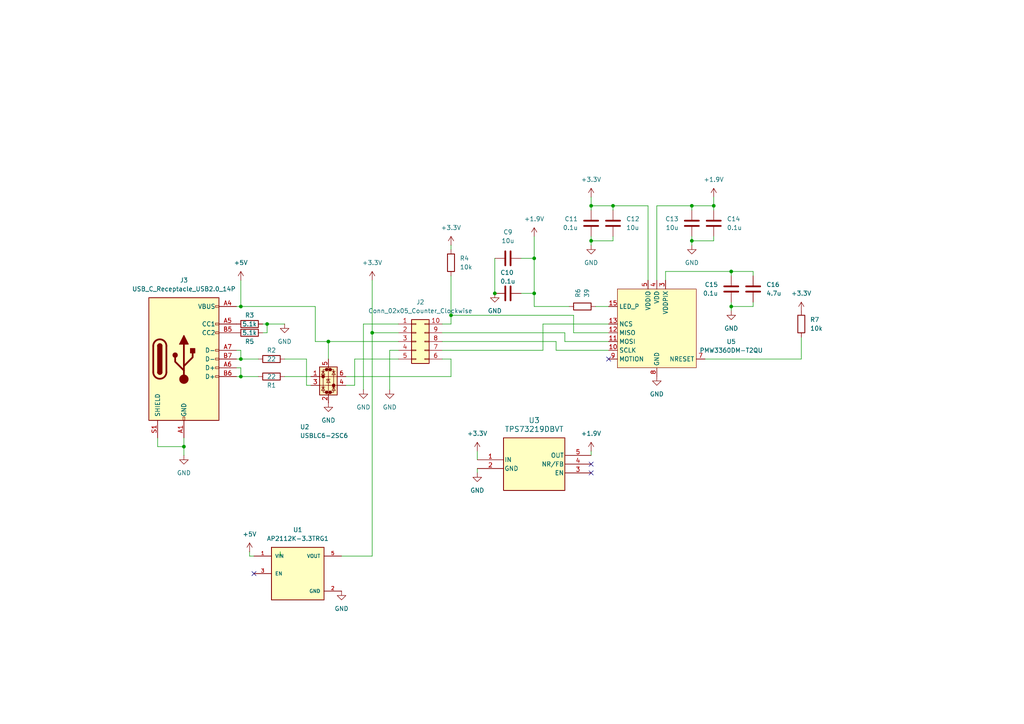
<source format=kicad_sch>
(kicad_sch (version 20231120) (generator "eeschema") (generator_version "8.0")
  (paper "A4")
  (lib_symbols
    (symbol "Connector:USB_C_Receptacle_USB2.0_14P" (pin_names (offset 1.016))
      (property "Reference" "J" (at 0 22.225 0))
      (property "Value" "USB_C_Receptacle_USB2.0_14P" (at 0 19.685 0))
      (symbol "USB_C_Receptacle_USB2.0_14P_0_0"
        (rectangle (start -0.254 -17.78) (end 0.254 -16.764))
        (rectangle (start 10.16 -4.826) (end 9.144 -5.334))
        (rectangle (start 10.16 -2.286) (end 9.144 -2.794))
        (rectangle (start 10.16 0.254) (end 9.144 -0.254))
        (rectangle (start 10.16 2.794) (end 9.144 2.286))
        (rectangle (start 10.16 7.874) (end 9.144 7.366))
        (rectangle (start 10.16 10.414) (end 9.144 9.906))
        (rectangle (start 10.16 15.494) (end 9.144 14.986))
      )
      (symbol "USB_C_Receptacle_USB2.0_14P_0_1"
        (rectangle (start -10.16 17.78) (end 10.16 -17.78) (stroke (width 0.254)) (fill (type background)))
        (arc (start -8.89 -3.81) (mid -6.985 -5.7067) (end -5.08 -3.81) (stroke (width 0.508)))
        (arc (start -7.62 -3.81) (mid -6.985 -4.4423) (end -6.35 -3.81) (stroke (width 0.254)))
        (arc (start -7.62 -3.81) (mid -6.985 -4.4423) (end -6.35 -3.81) (stroke (width 0.254)) (fill (type outline)))
        (rectangle (start -7.62 -3.81) (end -6.35 3.81) (stroke (width 0.254)) (fill (type outline)))
        (arc (start -6.35 3.81) (mid -6.985 4.4423) (end -7.62 3.81) (stroke (width 0.254)))
        (arc (start -6.35 3.81) (mid -6.985 4.4423) (end -7.62 3.81) (stroke (width 0.254)) (fill (type outline)))
        (arc (start -5.08 3.81) (mid -6.985 5.7067) (end -8.89 3.81) (stroke (width 0.508)))
        (circle (center -2.54 1.143) (radius 0.635) (stroke (width 0.254)) (fill (type outline)))
        (circle (center 0 -5.842) (radius 1.27) (fill (type outline)))
        (polyline (pts (xy -8.89 -3.81) (xy -8.89 3.81)) (stroke (width 0.508)))
        (polyline (pts (xy -5.08 3.81) (xy -5.08 -3.81)) (stroke (width 0.508)))
        (polyline (pts (xy 0 -5.842) (xy 0 4.318)) (stroke (width 0.508)))
        (polyline (pts (xy 0 -3.302) (xy -2.54 -0.762) (xy -2.54 0.508)) (stroke (width 0.508)))
        (polyline (pts (xy 0 -2.032) (xy 2.54 0.508) (xy 2.54 1.778)) (stroke (width 0.508)))
        (polyline (pts (xy -1.27 4.318) (xy 0 6.858) (xy 1.27 4.318) (xy -1.27 4.318)) (stroke (width 0.254)) (fill (type outline)))
        (rectangle (start 1.905 1.778) (end 3.175 3.048) (stroke (width 0.254)) (fill (type outline)))
      )
      (symbol "USB_C_Receptacle_USB2.0_14P_1_1"
        (pin passive line (at 0 -22.86 90) (length 5.08) (name "GND") (number "A1"))
        (pin passive line (at 0 -22.86 90) (length 5.08) hide (name "GND") (number "A12"))
        (pin passive line (at 15.24 15.24 180) (length 5.08) (name "VBUS") (number "A4"))
        (pin bidirectional line (at 15.24 10.16 180) (length 5.08) (name "CC1") (number "A5"))
        (pin bidirectional line (at 15.24 -2.54 180) (length 5.08) (name "D+") (number "A6"))
        (pin bidirectional line (at 15.24 2.54 180) (length 5.08) (name "D-") (number "A7"))
        (pin passive line (at 15.24 15.24 180) (length 5.08) hide (name "VBUS") (number "A9"))
        (pin passive line (at 0 -22.86 90) (length 5.08) hide (name "GND") (number "B1"))
        (pin passive line (at 0 -22.86 90) (length 5.08) hide (name "GND") (number "B12"))
        (pin passive line (at 15.24 15.24 180) (length 5.08) hide (name "VBUS") (number "B4"))
        (pin bidirectional line (at 15.24 7.62 180) (length 5.08) (name "CC2") (number "B5"))
        (pin bidirectional line (at 15.24 -5.08 180) (length 5.08) (name "D+") (number "B6"))
        (pin bidirectional line (at 15.24 0 180) (length 5.08) (name "D-") (number "B7"))
        (pin passive line (at 15.24 15.24 180) (length 5.08) hide (name "VBUS") (number "B9"))
        (pin passive line (at -7.62 -22.86 90) (length 5.08) (name "SHIELD") (number "S1"))
      )
    )
    (symbol "Connector_Generic:Conn_02x05_Counter_Clockwise" (pin_names (offset 1.016) hide)
      (property "Reference" "J" (at 1.27 7.62 0))
      (property "Value" "Conn_02x05_Counter_Clockwise" (at 1.27 -7.62 0))
      (symbol "Conn_02x05_Counter_Clockwise_1_1"
        (rectangle (start -1.27 -4.953) (end 0 -5.207) (stroke (width 0.1524)))
        (rectangle (start -1.27 -2.413) (end 0 -2.667) (stroke (width 0.1524)))
        (rectangle (start -1.27 0.127) (end 0 -0.127) (stroke (width 0.1524)))
        (rectangle (start -1.27 2.667) (end 0 2.413) (stroke (width 0.1524)))
        (rectangle (start -1.27 5.207) (end 0 4.953) (stroke (width 0.1524)))
        (rectangle (start -1.27 6.35) (end 3.81 -6.35) (stroke (width 0.254)) (fill (type background)))
        (rectangle (start 3.81 -4.953) (end 2.54 -5.207) (stroke (width 0.1524)))
        (rectangle (start 3.81 -2.413) (end 2.54 -2.667) (stroke (width 0.1524)))
        (rectangle (start 3.81 0.127) (end 2.54 -0.127) (stroke (width 0.1524)))
        (rectangle (start 3.81 2.667) (end 2.54 2.413) (stroke (width 0.1524)))
        (rectangle (start 3.81 5.207) (end 2.54 4.953) (stroke (width 0.1524)))
        (pin passive line (at -5.08 5.08 0) (length 3.81) (name "Pin_1") (number "1"))
        (pin passive line (at 7.62 5.08 180) (length 3.81) (name "Pin_10") (number "10"))
        (pin passive line (at -5.08 2.54 0) (length 3.81) (name "Pin_2") (number "2"))
        (pin passive line (at -5.08 0 0) (length 3.81) (name "Pin_3") (number "3"))
        (pin passive line (at -5.08 -2.54 0) (length 3.81) (name "Pin_4") (number "4"))
        (pin passive line (at -5.08 -5.08 0) (length 3.81) (name "Pin_5") (number "5"))
        (pin passive line (at 7.62 -5.08 180) (length 3.81) (name "Pin_6") (number "6"))
        (pin passive line (at 7.62 -2.54 180) (length 3.81) (name "Pin_7") (number "7"))
        (pin passive line (at 7.62 0 180) (length 3.81) (name "Pin_8") (number "8"))
        (pin passive line (at 7.62 2.54 180) (length 3.81) (name "Pin_9") (number "9"))
      )
    )
    (symbol "Custom_sym:TPS73219DBVT" (pin_names (offset 0.254))
      (property "Reference" "U" (at 0 12.7 0))
      (property "Value" "TPS73219DBVT" (at 0 10.16 0))
      (symbol "TPS73219DBVT_0_1"
        (pin power_in line (at -16.51 -1.27 0) (length 7.62) (name "GND") (number "2"))
        (pin bidirectional line (at 16.51 0 180) (length 7.62) (name "NR/FB") (number "4"))
      )
      (symbol "TPS73219DBVT_1_1"
        (rectangle (start -8.89 7.62) (end 8.89 -7.62) (stroke (width 0.254)) (fill (type background)))
        (pin power_in line (at -16.51 1.27 0) (length 7.62) (name "IN") (number "1"))
        (pin input line (at 16.51 -2.54 180) (length 7.62) (name "EN") (number "3"))
        (pin power_out line (at 16.51 2.54 180) (length 7.62) (name "OUT") (number "5"))
      )
    )
    (symbol "Device:C" (pin_numbers hide) (pin_names (offset 0.254))
      (property "Reference" "C" (at 0.635 2.54 0))
      (property "Value" "C" (at 0.635 -2.54 0))
      (symbol "C_0_1"
        (polyline (pts (xy -2.032 -0.762) (xy 2.032 -0.762)) (stroke (width 0.508)))
        (polyline (pts (xy -2.032 0.762) (xy 2.032 0.762)) (stroke (width 0.508)))
      )
      (symbol "C_1_1"
        (pin passive line (at 0 3.81 270) (length 2.794) (name "~") (number "1"))
        (pin passive line (at 0 -3.81 90) (length 2.794) (name "~") (number "2"))
      )
    )
    (symbol "Device:R" (pin_numbers hide) (pin_names (offset 0))
      (property "Reference" "R" (at 2.032 0 90))
      (property "Value" "R" (at 0 0 90))
      (symbol "R_0_1"
        (rectangle (start -1.016 -2.54) (end 1.016 2.54) (stroke (width 0.254)))
      )
      (symbol "R_1_1"
        (pin passive line (at 0 3.81 270) (length 1.27) (name "~") (number "1"))
        (pin passive line (at 0 -3.81 90) (length 1.27) (name "~") (number "2"))
      )
    )
    (symbol "Imported_sym:AP2112K-3.3TRG1" (pin_names (offset 1.016))
      (property "Reference" "U" (at -7.663 8.6476 0))
      (property "Value" "AP2112K-3.3TRG1" (at -7.6489 -11.6507 0))
      (symbol "AP2112K-3.3TRG1_0_0"
        (pin power_in line (at -12.7 5.08 0) (length 5.08) (name "VIN") (number "1"))
        (pin power_in line (at 12.7 -5.08 180) (length 5.08) (name "GND") (number "2"))
        (pin input line (at -12.7 0 0) (length 5.08) (name "EN") (number "3"))
        (pin power_in line (at 12.7 5.08 180) (length 5.08) (name "VOUT") (number "5"))
      )
      (symbol "AP2112K-3.3TRG1_1_0"
        (rectangle (start -7.62 7.62) (end 7.62 -7.62) (stroke (width 0.254)) (fill (type background)))
      )
    )
    (symbol "Mouse:PMW3360DM-T2QU"
      (property "Reference" "U" (at 0 0 0))
      (property "Value" "PMW3360DM-T2QU" (at -14.986 -13.462 0))
      (symbol "PMW3360DM-T2QU_1_1"
        (rectangle (start -11.43 11.43) (end 11.43 -11.43) (fill (type background)))
        (pin no_connect line (at -13.97 8.89 0) (length 2.54) hide (name "NC") (number "1"))
        (pin input line (at 13.97 -6.35 180) (length 2.54) (name "SCLK") (number "10"))
        (pin input line (at 13.97 -3.81 180) (length 2.54) (name "MOSI") (number "11"))
        (pin output line (at 13.97 -1.27 180) (length 2.54) (name "MISO") (number "12"))
        (pin input line (at 13.97 1.27 180) (length 2.54) (name "NCS") (number "13"))
        (pin no_connect line (at 13.97 3.81 180) (length 2.54) hide (name "NC") (number "14"))
        (pin input line (at 13.97 6.35 180) (length 2.54) (name "LED_P") (number "15"))
        (pin no_connect line (at 13.97 8.89 180) (length 2.54) hide (name "NC") (number "16"))
        (pin no_connect line (at -13.97 6.35 0) (length 2.54) hide (name "NC") (number "2"))
        (pin power_out line (at -2.54 13.97 270) (length 2.54) (name "VDDPIX") (number "3"))
        (pin power_in line (at 0 13.97 270) (length 2.54) (name "VDD") (number "4"))
        (pin power_in line (at 2.54 13.97 270) (length 2.54) (name "VDDIO") (number "5"))
        (pin no_connect line (at -13.97 -6.35 0) (length 2.54) hide (name "NC") (number "6"))
        (pin input line (at -13.97 -8.89 0) (length 2.54) (name "NRESET") (number "7"))
        (pin power_in line (at 0 -13.97 90) (length 2.54) (name "GND") (number "8"))
        (pin output line (at 13.97 -8.89 180) (length 2.54) (name "MOTION") (number "9"))
      )
    )
    (symbol "Power_Protection:USBLC6-2SC6" (pin_names hide)
      (property "Reference" "U" (at 0.635 5.715 0))
      (property "Value" "USBLC6-2SC6" (at 0.635 3.81 0))
      (symbol "USBLC6-2SC6_0_0"
        (circle (center -1.524 0) (radius 0.0001) (stroke (width 0.508)))
        (circle (center -0.508 -4.572) (radius 0.0001) (stroke (width 0.508)))
        (circle (center -0.508 2.032) (radius 0.0001) (stroke (width 0.508)))
        (circle (center 0.508 -4.572) (radius 0.0001) (stroke (width 0.508)))
        (circle (center 0.508 2.032) (radius 0.0001) (stroke (width 0.508)))
        (circle (center 1.524 -2.54) (radius 0.0001) (stroke (width 0.508)))
      )
      (symbol "USBLC6-2SC6_0_1"
        (polyline (pts (xy -2.54 -2.54) (xy 2.54 -2.54)))
        (polyline (pts (xy -2.54 0) (xy 2.54 0)))
        (polyline (pts (xy -2.032 -3.048) (xy -1.016 -3.048)))
        (polyline (pts (xy -1.016 1.524) (xy -2.032 1.524)))
        (polyline (pts (xy 1.016 -3.048) (xy 2.032 -3.048)))
        (polyline (pts (xy 1.016 1.524) (xy 2.032 1.524)))
        (polyline (pts (xy -0.508 -1.143) (xy -0.508 -0.762) (xy 0.508 -0.762)))
        (polyline (pts (xy -2.032 0.508) (xy -1.016 0.508) (xy -1.524 1.524) (xy -2.032 0.508)))
        (polyline (pts (xy -1.016 -4.064) (xy -2.032 -4.064) (xy -1.524 -3.048) (xy -1.016 -4.064)))
        (polyline (pts (xy 0.508 -1.778) (xy -0.508 -1.778) (xy 0 -0.762) (xy 0.508 -1.778)))
        (polyline (pts (xy 2.032 -4.064) (xy 1.016 -4.064) (xy 1.524 -3.048) (xy 2.032 -4.064)))
        (polyline (pts (xy 2.032 0.508) (xy 1.016 0.508) (xy 1.524 1.524) (xy 2.032 0.508)))
        (polyline (pts (xy 0 2.54) (xy -0.508 2.032) (xy 0.508 2.032) (xy 0 1.524) (xy 0 -4.064) (xy -0.508 -4.572) (xy 0.508 -4.572) (xy 0 -5.08)))
      )
      (symbol "USBLC6-2SC6_1_1"
        (rectangle (start -2.54 2.794) (end 2.54 -5.334) (stroke (width 0.254)) (fill (type background)))
        (polyline (pts (xy -0.508 2.032) (xy -1.524 2.032) (xy -1.524 -4.572) (xy -0.508 -4.572)))
        (polyline (pts (xy 0.508 -4.572) (xy 1.524 -4.572) (xy 1.524 2.032) (xy 0.508 2.032)))
        (pin passive line (at -5.08 0 0) (length 2.54) (name "I/O1") (number "1"))
        (pin passive line (at 0 -7.62 90) (length 2.54) (name "GND") (number "2"))
        (pin passive line (at -5.08 -2.54 0) (length 2.54) (name "I/O2") (number "3"))
        (pin passive line (at 5.08 -2.54 180) (length 2.54) (name "I/O2") (number "4"))
        (pin passive line (at 0 5.08 270) (length 2.54) (name "VBUS") (number "5"))
        (pin passive line (at 5.08 0 180) (length 2.54) (name "I/O1") (number "6"))
      )
    )
    (symbol "power:+3.3V" (power) (pin_numbers hide) (pin_names (offset 0) hide)
      (property "Value" "+3.3V" (at 0 3.556 0))
      (symbol "+3.3V_0_1"
        (polyline (pts (xy -0.762 1.27) (xy 0 2.54)))
        (polyline (pts (xy 0 0) (xy 0 2.54)))
        (polyline (pts (xy 0 2.54) (xy 0.762 1.27)))
      )
      (symbol "+3.3V_1_1"
        (pin power_in line (at 0 0 90) (length 0) (name "~") (number "1"))
      )
    )
    (symbol "power:+5V" (power) (pin_numbers hide) (pin_names (offset 0) hide)
      (property "Value" "+5V" (at 0 3.556 0))
      (symbol "+5V_0_1"
        (polyline (pts (xy -0.762 1.27) (xy 0 2.54)))
        (polyline (pts (xy 0 0) (xy 0 2.54)))
        (polyline (pts (xy 0 2.54) (xy 0.762 1.27)))
      )
      (symbol "+5V_1_1"
        (pin power_in line (at 0 0 90) (length 0) (name "~") (number "1"))
      )
    )
    (symbol "power:GND" (power) (pin_numbers hide) (pin_names (offset 0) hide)
      (property "Value" "GND" (at 0 -3.81 0))
      (symbol "GND_0_1"
        (polyline (pts (xy 0 0) (xy 0 -1.27) (xy 1.27 -1.27) (xy 0 -2.54) (xy -1.27 -1.27) (xy 0 -1.27)))
      )
      (symbol "GND_1_1"
        (pin power_in line (at 0 0 270) (length 0) (name "~") (number "1"))
      )
    )
  )
  (junction (at 69.85 109.22))
  (junction (at 200.66 69.85))
  (junction (at 171.45 69.85))
  (junction (at 207.01 59.69))
  (junction (at 130.81 91.44))
  (junction (at 95.25 99.06))
  (junction (at 77.47 93.98))
  (junction (at 53.34 129.54))
  (junction (at 212.09 88.9))
  (junction (at 69.85 88.9))
  (junction (at 107.95 96.52))
  (junction (at 69.85 104.14))
  (junction (at 171.45 59.69))
  (junction (at 154.94 85.09))
  (junction (at 154.94 74.93))
  (junction (at 212.09 78.74))
  (junction (at 200.66 59.69))
  (junction (at 143.51 85.09))
  (junction (at 177.8 59.69))
  (no_connect (at 73.66 166.37))
  (no_connect (at 171.45 134.62))
  (no_connect (at 171.45 137.16))
  (no_connect (at 176.53 104.14))
  (wire (pts (xy 69.85 101.6) (xy 69.85 104.14)))
  (wire (pts (xy 166.37 91.44) (xy 130.81 91.44)))
  (wire (pts (xy 53.34 129.54) (xy 53.34 132.08)))
  (wire (pts (xy 171.45 59.69) (xy 171.45 60.96)))
  (wire (pts (xy 95.25 104.14) (xy 95.25 99.06)))
  (wire (pts (xy 193.04 78.74) (xy 193.04 81.28)))
  (wire (pts (xy 95.25 99.06) (xy 115.57 99.06)))
  (wire (pts (xy 102.87 104.14) (xy 115.57 104.14)))
  (wire (pts (xy 143.51 74.93) (xy 143.51 85.09)))
  (wire (pts (xy 176.53 88.9) (xy 172.72 88.9)))
  (wire (pts (xy 130.81 80.01) (xy 130.81 91.44)))
  (wire (pts (xy 128.27 93.98) (xy 130.81 93.98)))
  (wire (pts (xy 151.13 85.09) (xy 154.94 85.09)))
  (wire (pts (xy 157.48 93.98) (xy 157.48 101.6)))
  (wire (pts (xy 72.39 160.02) (xy 72.39 161.29)))
  (wire (pts (xy 166.37 91.44) (xy 166.37 96.52)))
  (wire (pts (xy 212.09 87.63) (xy 212.09 88.9)))
  (wire (pts (xy 69.85 109.22) (xy 74.93 109.22)))
  (wire (pts (xy 68.58 104.14) (xy 69.85 104.14)))
  (wire (pts (xy 130.81 91.44) (xy 130.81 93.98)))
  (wire (pts (xy 212.09 78.74) (xy 218.44 78.74)))
  (wire (pts (xy 100.33 109.22) (xy 130.81 109.22)))
  (wire (pts (xy 176.53 101.6) (xy 161.29 101.6)))
  (wire (pts (xy 190.5 59.69) (xy 190.5 81.28)))
  (wire (pts (xy 218.44 78.74) (xy 218.44 80.01)))
  (wire (pts (xy 176.53 93.98) (xy 157.48 93.98)))
  (wire (pts (xy 200.66 59.69) (xy 200.66 60.96)))
  (wire (pts (xy 72.39 161.29) (xy 73.66 161.29)))
  (wire (pts (xy 176.53 99.06) (xy 163.83 99.06)))
  (wire (pts (xy 212.09 88.9) (xy 212.09 90.17)))
  (wire (pts (xy 218.44 88.9) (xy 212.09 88.9)))
  (wire (pts (xy 171.45 68.58) (xy 171.45 69.85)))
  (wire (pts (xy 91.44 99.06) (xy 95.25 99.06)))
  (wire (pts (xy 163.83 96.52) (xy 128.27 96.52)))
  (wire (pts (xy 200.66 68.58) (xy 200.66 69.85)))
  (wire (pts (xy 154.94 74.93) (xy 154.94 85.09)))
  (wire (pts (xy 105.41 93.98) (xy 105.41 113.03)))
  (wire (pts (xy 207.01 57.15) (xy 207.01 59.69)))
  (wire (pts (xy 200.66 59.69) (xy 190.5 59.69)))
  (wire (pts (xy 218.44 87.63) (xy 218.44 88.9)))
  (wire (pts (xy 232.41 104.14) (xy 204.47 104.14)))
  (wire (pts (xy 100.33 111.76) (xy 102.87 111.76)))
  (wire (pts (xy 68.58 101.6) (xy 69.85 101.6)))
  (wire (pts (xy 151.13 74.93) (xy 154.94 74.93)))
  (wire (pts (xy 154.94 68.58) (xy 154.94 74.93)))
  (wire (pts (xy 130.81 104.14) (xy 130.81 109.22)))
  (wire (pts (xy 115.57 101.6) (xy 113.03 101.6)))
  (wire (pts (xy 102.87 104.14) (xy 102.87 111.76)))
  (wire (pts (xy 68.58 106.68) (xy 69.85 106.68)))
  (wire (pts (xy 77.47 93.98) (xy 77.47 96.52)))
  (wire (pts (xy 138.43 130.81) (xy 138.43 133.35)))
  (wire (pts (xy 107.95 81.28) (xy 107.95 96.52)))
  (wire (pts (xy 177.8 59.69) (xy 187.96 59.69)))
  (wire (pts (xy 232.41 97.79) (xy 232.41 104.14)))
  (wire (pts (xy 53.34 127) (xy 53.34 129.54)))
  (wire (pts (xy 77.47 93.98) (xy 82.55 93.98)))
  (wire (pts (xy 154.94 88.9) (xy 165.1 88.9)))
  (wire (pts (xy 45.72 127) (xy 45.72 129.54)))
  (wire (pts (xy 161.29 101.6) (xy 161.29 99.06)))
  (wire (pts (xy 81.28 160.02) (xy 81.28 161.29)))
  (wire (pts (xy 130.81 71.12) (xy 130.81 72.39)))
  (wire (pts (xy 161.29 99.06) (xy 128.27 99.06)))
  (wire (pts (xy 82.55 109.22) (xy 90.17 109.22)))
  (wire (pts (xy 107.95 161.29) (xy 99.06 161.29)))
  (wire (pts (xy 69.85 106.68) (xy 69.85 109.22)))
  (wire (pts (xy 107.95 96.52) (xy 115.57 96.52)))
  (wire (pts (xy 163.83 99.06) (xy 163.83 96.52)))
  (wire (pts (xy 177.8 60.96) (xy 177.8 59.69)))
  (wire (pts (xy 207.01 60.96) (xy 207.01 59.69)))
  (wire (pts (xy 88.9 104.14) (xy 82.55 104.14)))
  (wire (pts (xy 107.95 96.52) (xy 107.95 161.29)))
  (wire (pts (xy 76.2 96.52) (xy 77.47 96.52)))
  (wire (pts (xy 69.85 88.9) (xy 91.44 88.9)))
  (wire (pts (xy 88.9 104.14) (xy 88.9 111.76)))
  (wire (pts (xy 45.72 129.54) (xy 53.34 129.54)))
  (wire (pts (xy 171.45 59.69) (xy 177.8 59.69)))
  (wire (pts (xy 171.45 57.15) (xy 171.45 59.69)))
  (wire (pts (xy 128.27 101.6) (xy 157.48 101.6)))
  (wire (pts (xy 69.85 81.28) (xy 69.85 88.9)))
  (wire (pts (xy 171.45 130.81) (xy 171.45 132.08)))
  (wire (pts (xy 88.9 111.76) (xy 90.17 111.76)))
  (wire (pts (xy 207.01 68.58) (xy 207.01 69.85)))
  (wire (pts (xy 177.8 68.58) (xy 177.8 69.85)))
  (wire (pts (xy 91.44 99.06) (xy 91.44 88.9)))
  (wire (pts (xy 187.96 59.69) (xy 187.96 81.28)))
  (wire (pts (xy 171.45 69.85) (xy 171.45 71.12)))
  (wire (pts (xy 68.58 109.22) (xy 69.85 109.22)))
  (wire (pts (xy 212.09 78.74) (xy 193.04 78.74)))
  (wire (pts (xy 207.01 59.69) (xy 200.66 59.69)))
  (wire (pts (xy 115.57 93.98) (xy 105.41 93.98)))
  (wire (pts (xy 130.81 104.14) (xy 128.27 104.14)))
  (wire (pts (xy 113.03 101.6) (xy 113.03 113.03)))
  (wire (pts (xy 212.09 80.01) (xy 212.09 78.74)))
  (wire (pts (xy 68.58 88.9) (xy 69.85 88.9)))
  (wire (pts (xy 154.94 85.09) (xy 154.94 88.9)))
  (wire (pts (xy 166.37 96.52) (xy 176.53 96.52)))
  (wire (pts (xy 138.43 137.16) (xy 138.43 135.89)))
  (wire (pts (xy 76.2 93.98) (xy 77.47 93.98)))
  (wire (pts (xy 69.85 104.14) (xy 74.93 104.14)))
  (wire (pts (xy 177.8 69.85) (xy 171.45 69.85)))
  (wire (pts (xy 200.66 69.85) (xy 200.66 71.12)))
  (wire (pts (xy 207.01 69.85) (xy 200.66 69.85)))
  (symbol (lib_id "power:+3.3V") (at 138.43 130.81 0) (unit 1)
    (property "Reference" "#PWR02" (effects (hide yes)))
    (property "Value" "+3.3V" (at 138.43 125.73 0))
    (property "Description" "Power symbol creates a global label with name \"+3.3V\"" (effects (hide yes)))
  )
  (symbol (lib_id "power:+3.3V") (at 107.95 81.28 0) (mirror y) (unit 1)
    (property "Reference" "#PWR06" (effects (hide yes)))
    (property "Value" "+3.3V" (at 107.95 76.2 0))
    (property "Description" "Power symbol creates a global label with name \"+3.3V\"" (effects (hide yes)))
  )
  (symbol (lib_id "power:+5V") (at 69.85 81.28 0) (unit 1)
    (property "Reference" "#PWR04" (effects (hide yes)))
    (property "Value" "+5V" (at 69.85 76.2 0))
    (property "Description" "Power symbol creates a global label with name \"+5V\"" (effects (hide yes)))
  )
  (symbol (lib_id "Connector:USB_C_Receptacle_USB2.0_14P") (at 53.34 104.14 0) (unit 1)
    (property "Reference" "J3" (at 53.34 81.28 0))
    (property "Value" "USB_C_Receptacle_USB2.0_14P" (at 53.34 83.82 0))
    (property "Footprint" "Imported_FP:USB-C_16+8_dummy_SMD" (effects (hide yes)))
    (property "Datasheet" "https://www.usb.org/sites/default/files/documents/usb_type-c.zip" (effects (hide yes)))
    (property "Description" "USB 2.0-only 14P Type-C Receptacle connector" (effects (hide yes)))
  )
  (symbol (lib_id "power:GND") (at 212.09 90.17 0) (mirror y) (unit 1)
    (property "Reference" "#PWR035" (effects (hide yes)))
    (property "Value" "GND" (at 212.09 95.25 0))
    (property "Description" "Power symbol creates a global label with name \"GND\" , ground" (effects (hide yes)))
  )
  (symbol (lib_id "Device:C") (at 147.32 85.09 270) (unit 1)
    (property "Reference" "C10" (at 145.0975 79.0575 90) (effects (justify left)))
    (property "Value" "0.1u" (at 145.0975 81.5975 90) (effects (justify left)))
    (property "Footprint" "Capacitor_SMD:C_0402_1005Metric" (effects (hide yes)))
    (property "Description" "Unpolarized capacitor" (effects (hide yes)))
  )
  (symbol (lib_id "Device:C") (at 218.44 83.82 0) (unit 1)
    (property "Reference" "C16" (at 222.25 82.5499 0) (effects (justify left)))
    (property "Value" "4.7u" (at 222.25 85.0899 0) (effects (justify left)))
    (property "Footprint" "Capacitor_SMD:C_0603_1608Metric" (effects (hide yes)))
    (property "Description" "Unpolarized capacitor" (effects (hide yes)))
  )
  (symbol (lib_id "Device:R") (at 78.74 104.14 270) (mirror x) (unit 1)
    (property "Reference" "R2" (at 78.74 101.6 90))
    (property "Value" "22" (at 78.74 104.14 90))
    (property "Footprint" "Resistor_SMD:R_0402_1005Metric_Pad0.72x0.64mm_HandSolder" (effects (hide yes)))
    (property "Description" "Resistor" (effects (hide yes)))
  )
  (symbol (lib_id "power:GND") (at 143.51 85.09 0) (mirror y) (unit 1)
    (property "Reference" "#PWR025" (effects (hide yes)))
    (property "Value" "GND" (at 143.51 90.17 0))
    (property "Description" "Power symbol creates a global label with name \"GND\" , ground" (effects (hide yes)))
  )
  (symbol (lib_id "power:GND") (at 53.34 132.08 0) (unit 1)
    (property "Reference" "#PWR03" (effects (hide yes)))
    (property "Value" "GND" (at 53.34 137.16 0))
    (property "Description" "Power symbol creates a global label with name \"GND\" , ground" (effects (hide yes)))
  )
  (symbol (lib_id "power:+3.3V") (at 171.45 57.15 0) (unit 1)
    (property "Reference" "#PWR030" (effects (hide yes)))
    (property "Value" "+3.3V" (at 171.45 52.07 0))
    (property "Description" "Power symbol creates a global label with name \"+3.3V\"" (effects (hide yes)))
  )
  (symbol (lib_id "power:+3.3V") (at 171.45 130.81 0) (unit 1)
    (property "Reference" "#PWR012" (effects (hide yes)))
    (property "Value" "+1.9V" (at 171.45 125.73 0))
    (property "Description" "Power symbol creates a global label with name \"+3.3V\"" (effects (hide yes)))
  )
  (symbol (lib_id "power:GND") (at 105.41 113.03 0) (unit 1)
    (property "Reference" "#PWR011" (effects (hide yes)))
    (property "Value" "GND" (at 105.41 118.11 0))
    (property "Description" "Power symbol creates a global label with name \"GND\" , ground" (effects (hide yes)))
  )
  (symbol (lib_id "Device:R") (at 72.39 93.98 270) (mirror x) (unit 1)
    (property "Reference" "R3" (at 72.39 91.44 90))
    (property "Value" "5.1k" (at 72.39 93.98 90))
    (property "Footprint" "Resistor_SMD:R_0402_1005Metric_Pad0.72x0.64mm_HandSolder" (effects (hide yes)))
    (property "Description" "Resistor" (effects (hide yes)))
  )
  (symbol (lib_id "power:GND") (at 171.45 71.12 0) (mirror y) (unit 1)
    (property "Reference" "#PWR031" (effects (hide yes)))
    (property "Value" "GND" (at 171.45 76.2 0))
    (property "Description" "Power symbol creates a global label with name \"GND\" , ground" (effects (hide yes)))
  )
  (symbol (lib_id "power:+3.3V") (at 154.94 68.58 0) (unit 1)
    (property "Reference" "#PWR027" (effects (hide yes)))
    (property "Value" "+1.9V" (at 154.94 63.5 0))
    (property "Description" "Power symbol creates a global label with name \"+3.3V\"" (effects (hide yes)))
  )
  (symbol (lib_id "Custom_sym:TPS73219DBVT") (at 154.94 134.62 0) (unit 1)
    (property "Reference" "U3" (at 154.94 121.92 0) (effects (font (size 1.524 1.524))))
    (property "Value" "TPS73219DBVT" (at 154.94 124.46 0) (effects (font (size 1.524 1.524))))
    (property "Footprint" "Imported_FP:DBV5_TEX" (effects (hide yes)))
    (property "Datasheet" "TPS73219DBVT" (effects (hide yes)))
  )
  (symbol (lib_id "Mouse:PMW3360DM-T2QU") (at 190.5 95.25 0) (mirror y) (unit 1)
    (property "Reference" "U5" (at 212.09 99.0914 0))
    (property "Value" "PMW3360DM-T2QU" (at 212.09 101.6314 0))
    (property "Footprint" "Custom_FP:PMW3360DM-T2QU" (effects (hide yes)))
  )
  (symbol (lib_id "power:GND") (at 113.03 113.03 0) (unit 1)
    (property "Reference" "#PWR07" (effects (hide yes)))
    (property "Value" "GND" (at 113.03 118.11 0))
    (property "Description" "Power symbol creates a global label with name \"GND\" , ground" (effects (hide yes)))
  )
  (symbol (lib_id "Device:R") (at 168.91 88.9 90) (unit 1)
    (property "Reference" "R6" (at 167.6399 86.36 0) (effects (justify left)))
    (property "Value" "39" (at 170.1799 86.36 0) (effects (justify left)))
    (property "Footprint" "Resistor_SMD:R_0402_1005Metric_Pad0.72x0.64mm_HandSolder" (effects (hide yes)))
    (property "Description" "Resistor" (effects (hide yes)))
  )
  (symbol (lib_id "Device:C") (at 212.09 83.82 0) (mirror y) (unit 1)
    (property "Reference" "C15" (at 208.28 82.5499 0) (effects (justify left)))
    (property "Value" "0.1u" (at 208.28 85.0899 0) (effects (justify left)))
    (property "Footprint" "Capacitor_SMD:C_0402_1005Metric" (effects (hide yes)))
    (property "Description" "Unpolarized capacitor" (effects (hide yes)))
  )
  (symbol (lib_id "Device:C") (at 147.32 74.93 90) (mirror x) (unit 1)
    (property "Reference" "C9" (at 147.32 67.31 90))
    (property "Value" "10u" (at 147.32 69.85 90))
    (property "Footprint" "Capacitor_SMD:C_0805_2012Metric" (effects (hide yes)))
    (property "Description" "Unpolarized capacitor" (effects (hide yes)))
  )
  (symbol (lib_id "Device:R") (at 72.39 96.52 90) (mirror x) (unit 1)
    (property "Reference" "R5" (at 72.39 99.06 90))
    (property "Value" "5.1k" (at 72.39 96.52 90))
    (property "Footprint" "Resistor_SMD:R_0402_1005Metric_Pad0.72x0.64mm_HandSolder" (effects (hide yes)))
    (property "Description" "Resistor" (effects (hide yes)))
  )
  (symbol (lib_id "power:GND") (at 200.66 71.12 0) (mirror y) (unit 1)
    (property "Reference" "#PWR033" (effects (hide yes)))
    (property "Value" "GND" (at 200.66 76.2 0))
    (property "Description" "Power symbol creates a global label with name \"GND\" , ground" (effects (hide yes)))
  )
  (symbol (lib_id "power:+3.3V") (at 130.81 71.12 0) (unit 1)
    (property "Reference" "#PWR024" (effects (hide yes)))
    (property "Value" "+3.3V" (at 130.81 66.04 0))
    (property "Description" "Power symbol creates a global label with name \"+3.3V\"" (effects (hide yes)))
  )
  (symbol (lib_id "Device:C") (at 200.66 64.77 0) (mirror y) (unit 1)
    (property "Reference" "C13" (at 196.85 63.4999 0) (effects (justify left)))
    (property "Value" "10u" (at 196.85 66.0399 0) (effects (justify left)))
    (property "Footprint" "Capacitor_SMD:C_0805_2012Metric" (effects (hide yes)))
    (property "Description" "Unpolarized capacitor" (effects (hide yes)))
  )
  (symbol (lib_id "power:GND") (at 82.55 93.98 0) (unit 1)
    (property "Reference" "#PWR09" (effects (hide yes)))
    (property "Value" "GND" (at 82.55 99.06 0))
    (property "Description" "Power symbol creates a global label with name \"GND\" , ground" (effects (hide yes)))
  )
  (symbol (lib_id "power:GND") (at 99.06 171.45 0) (unit 1)
    (property "Reference" "#PWR05" (effects (hide yes)))
    (property "Value" "GND" (at 99.06 176.53 0))
    (property "Description" "Power symbol creates a global label with name \"GND\" , ground" (effects (hide yes)))
  )
  (symbol (lib_id "Device:R") (at 130.81 76.2 0) (unit 1)
    (property "Reference" "R4" (at 133.35 74.9299 0) (effects (justify left)))
    (property "Value" "10k" (at 133.35 77.4699 0) (effects (justify left)))
    (property "Footprint" "Resistor_SMD:R_0402_1005Metric_Pad0.72x0.64mm_HandSolder" (effects (hide yes)))
    (property "Description" "Resistor" (effects (hide yes)))
  )
  (symbol (lib_id "Device:R") (at 232.41 93.98 0) (unit 1)
    (property "Reference" "R7" (at 234.95 92.7099 0) (effects (justify left)))
    (property "Value" "10k" (at 234.95 95.2499 0) (effects (justify left)))
    (property "Footprint" "Resistor_SMD:R_0402_1005Metric_Pad0.72x0.64mm_HandSolder" (effects (hide yes)))
    (property "Description" "Resistor" (effects (hide yes)))
  )
  (symbol (lib_id "Device:C") (at 171.45 64.77 0) (mirror y) (unit 1)
    (property "Reference" "C11" (at 167.64 63.4999 0) (effects (justify left)))
    (property "Value" "0.1u" (at 167.64 66.0399 0) (effects (justify left)))
    (property "Footprint" "Capacitor_SMD:C_0402_1005Metric" (effects (hide yes)))
    (property "Description" "Unpolarized capacitor" (effects (hide yes)))
  )
  (symbol (lib_id "Device:C") (at 207.01 64.77 0) (unit 1)
    (property "Reference" "C14" (at 210.82 63.4999 0) (effects (justify left)))
    (property "Value" "0.1u" (at 210.82 66.0399 0) (effects (justify left)))
    (property "Footprint" "Capacitor_SMD:C_0402_1005Metric" (effects (hide yes)))
    (property "Description" "Unpolarized capacitor" (effects (hide yes)))
  )
  (symbol (lib_id "Power_Protection:USBLC6-2SC6") (at 95.25 109.22 0) (unit 1)
    (property "Reference" "U2" (at 86.995 123.825 0) (effects (justify left)))
    (property "Value" "USBLC6-2SC6" (at 86.995 126.365 0) (effects (justify left)))
    (property "Footprint" "Package_TO_SOT_SMD:SOT-23-6" (effects (hide yes)))
    (property "Datasheet" "https://www.st.com/resource/en/datasheet/usblc6-2.pdf" (effects (hide yes)))
    (property "Description" "Very low capacitance ESD protection diode, 2 data-line, SOT-23-6" (effects (hide yes)))
  )
  (symbol (lib_id "Imported_sym:AP2112K-3.3TRG1") (at 86.36 166.37 0) (unit 1)
    (property "Reference" "U1" (at 86.36 153.67 0))
    (property "Value" "AP2112K-3.3TRG1" (at 86.36 156.21 0))
    (property "Footprint" "Imported_FP:SOT95P280X145-5N" (effects (hide yes)))
    (property "PARTREV" "2-2" (effects (hide yes)))
    (property "MANUFACTURER" "Diodes Inc." (effects (hide yes)))
  )
  (symbol (lib_id "power:+3.3V") (at 232.41 90.17 0) (unit 1)
    (property "Reference" "#PWR040" (effects (hide yes)))
    (property "Value" "+3.3V" (at 232.41 85.09 0))
    (property "Description" "Power symbol creates a global label with name \"+3.3V\"" (effects (hide yes)))
  )
  (symbol (lib_id "Connector_Generic:Conn_02x05_Counter_Clockwise") (at 120.65 99.06 0) (unit 1)
    (property "Reference" "J2" (at 121.92 87.63 0))
    (property "Value" "Conn_02x05_Counter_Clockwise" (at 121.92 90.17 0))
    (property "Footprint" "Custom_FP:PinSocket_2x05_P1.27mm_Vertical_CW" (effects (hide yes)))
    (property "Description" "Generic connector, double row, 02x05, counter clockwise pin numbering scheme (similar to DIP package numbering), script generated (kicad-library-utils/schlib/autogen/connector/)" (effects (hide yes)))
  )
  (symbol (lib_id "Device:R") (at 78.74 109.22 270) (unit 1)
    (property "Reference" "R1" (at 78.74 111.76 90))
    (property "Value" "22" (at 78.74 109.22 90))
    (property "Footprint" "Resistor_SMD:R_0402_1005Metric_Pad0.72x0.64mm_HandSolder" (effects (hide yes)))
    (property "Description" "Resistor" (effects (hide yes)))
  )
  (symbol (lib_id "power:GND") (at 138.43 137.16 0) (unit 1)
    (property "Reference" "#PWR08" (effects (hide yes)))
    (property "Value" "GND" (at 138.43 142.24 0))
    (property "Description" "Power symbol creates a global label with name \"GND\" , ground" (effects (hide yes)))
  )
  (symbol (lib_id "power:+5V") (at 72.39 160.02 0) (unit 1)
    (property "Reference" "#PWR01" (effects (hide yes)))
    (property "Value" "+5V" (at 72.39 154.94 0))
    (property "Description" "Power symbol creates a global label with name \"+5V\"" (effects (hide yes)))
  )
  (symbol (lib_id "Device:C") (at 177.8 64.77 0) (unit 1)
    (property "Reference" "C12" (at 181.61 63.4999 0) (effects (justify left)))
    (property "Value" "10u" (at 181.61 66.0399 0) (effects (justify left)))
    (property "Footprint" "Capacitor_SMD:C_0805_2012Metric" (effects (hide yes)))
    (property "Description" "Unpolarized capacitor" (effects (hide yes)))
  )
  (symbol (lib_id "power:GND") (at 95.25 116.84 0) (unit 1)
    (property "Reference" "#PWR010" (effects (hide yes)))
    (property "Value" "GND" (at 95.25 121.92 0))
    (property "Description" "Power symbol creates a global label with name \"GND\" , ground" (effects (hide yes)))
  )
  (symbol (lib_id "power:GND") (at 190.5 109.22 0) (mirror y) (unit 1)
    (property "Reference" "#PWR032" (effects (hide yes)))
    (property "Value" "GND" (at 190.5 114.3 0))
    (property "Description" "Power symbol creates a global label with name \"GND\" , ground" (effects (hide yes)))
  )
  (symbol (lib_id "power:+3.3V") (at 207.01 57.15 0) (unit 1)
    (property "Reference" "#PWR034" (effects (hide yes)))
    (property "Value" "+1.9V" (at 207.01 52.07 0))
    (property "Description" "Power symbol creates a global label with name \"+3.3V\"" (effects (hide yes)))
  )
)
</source>
